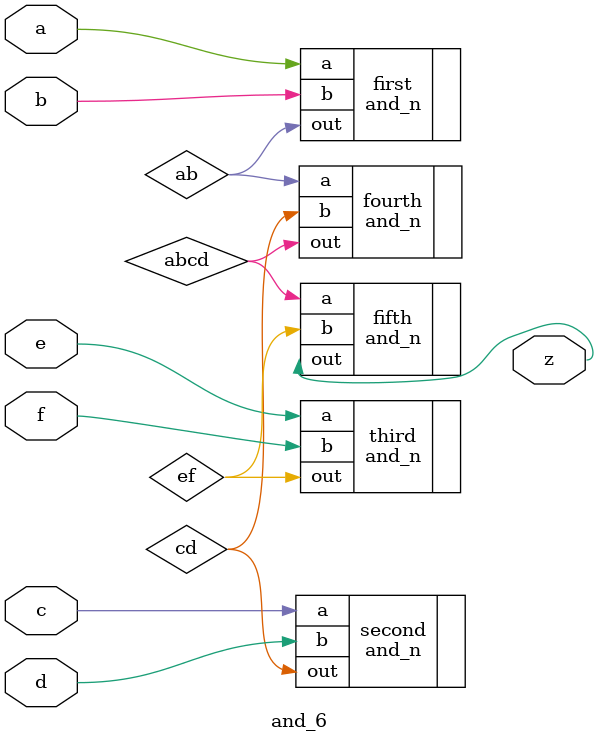
<source format=v>
module and_6 (a,b,c,d,e,f, z);
    input a,b,c,d,e,f;
    output z;
    wire ab, cd, ef, abcd;
    
    and_n first(.a(a), .b(b), .out(ab));
    and_n second(.a(c), .b(d), .out(cd));
    and_n third(.a(e), .b(f), .out(ef));
    and_n fourth(.a(ab), .b(cd), .out(abcd));
    and_n fifth(.a(abcd), .b(ef), .out(z));
endmodule

// Six 1 equal to 1

</source>
